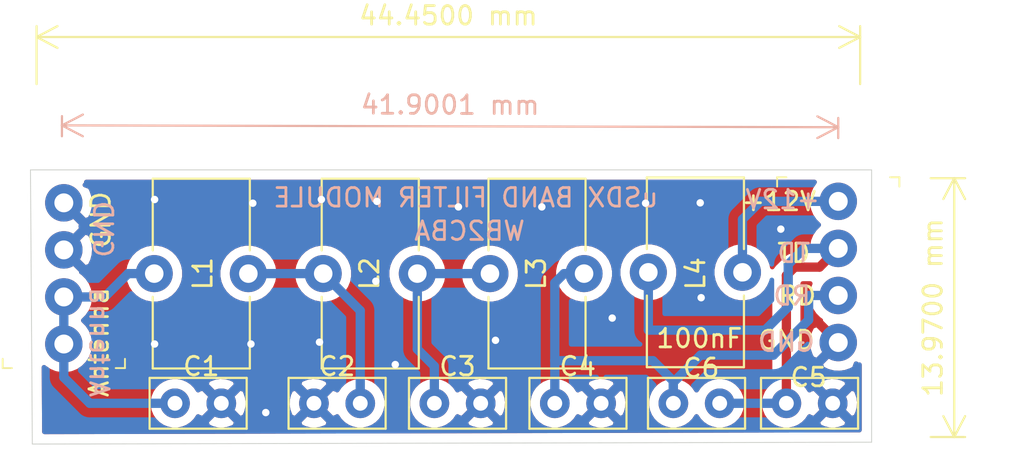
<source format=kicad_pcb>
(kicad_pcb (version 20211014) (generator pcbnew)
  (layers (0 "F.Cu" signal) (31 "B.Cu" signal) (34 "B.Paste" user) (35 "F.Paste" user) (36 "B.SilkS" user "B.Silkscreen") (37 "F.SilkS" user "F.Silkscreen") (38 "B.Mask" user) (39 "F.Mask" user) (44 "Edge.Cuts" user))
  (net 0 "")
  (net 1 "GNDPWR")
  (net 2 "Net-(C1-Pad1)")
  (net 3 "Net-(C2-Pad1)")
  (net 4 "Net-(C3-Pad1)")
  (net 5 "Net-(C4-Pad1)")
  (net 6 "Net-(C5-Pad2)")
  (net 7 "Net-(J2-Pad1)")
  (footprint "Capacitor_THT:C_Disc_D5.0mm_W2.5mm_P2.50mm" (layer "F.Cu") (at 120.5 82)
    (fp_text reference "C1" (at 1.42 -1.99) (layer "F.SilkS"))
    (fp_text value " ")
    (fp_line (start -1.37 -1.37) (end 3.87 -1.37) (layer "F.SilkS") (width 0.12))
    (fp_line (start -1.37 -1.37) (end -1.37 1.37) (layer "F.SilkS") (width 0.12))
    (fp_line (start -1.37 1.37) (end 3.87 1.37) (layer "F.SilkS") (width 0.12))
    (fp_line (start 3.87 -1.37) (end 3.87 1.37) (layer "F.SilkS") (width 0.12))
    (pad "1" thru_hole circle locked (at 0 0) (size 1.6 1.6) (drill 0.8) (layers *.Cu *.Mask) (net 2 "Net-(C1-Pad1)"))
    (pad "2" thru_hole circle locked (at 2.5 0) (size 1.6 1.6) (drill 0.8) (layers *.Cu *.Mask) (net 1 "GNDPWR"))
  )
  (footprint "Capacitor_THT:C_Disc_D5.0mm_W2.5mm_P2.50mm" (layer "F.Cu") (at 130.5 82 180)
    (fp_text reference "C2" (at 1.25 1.99) (layer "F.SilkS"))
    (fp_text value " ")
    (fp_line (start -1.37 -1.37) (end -1.37 1.37) (layer "F.SilkS") (width 0.12))
    (fp_line (start 3.87 -1.37) (end 3.87 1.37) (layer "F.SilkS") (width 0.12))
    (fp_line (start -1.37 1.37) (end 3.87 1.37) (layer "F.SilkS") (width 0.12))
    (fp_line (start -1.37 -1.37) (end 3.87 -1.37) (layer "F.SilkS") (width 0.12))
    (pad "1" thru_hole circle locked (at 0 0 180) (size 1.6 1.6) (drill 0.8) (layers *.Cu *.Mask) (net 3 "Net-(C2-Pad1)"))
    (pad "2" thru_hole circle locked (at 2.5 0 180) (size 1.6 1.6) (drill 0.8) (layers *.Cu *.Mask) (net 1 "GNDPWR"))
  )
  (footprint "Capacitor_THT:C_Disc_D5.0mm_W2.5mm_P2.50mm" (layer "F.Cu") (at 134.5 82)
    (fp_text reference "C3" (at 1.25 -1.99) (layer "F.SilkS"))
    (fp_text value " ")
    (fp_line (start -1.37 -1.37) (end -1.37 1.37) (layer "F.SilkS") (width 0.12))
    (fp_line (start -1.37 1.37) (end 3.87 1.37) (layer "F.SilkS") (width 0.12))
    (fp_line (start 3.87 -1.37) (end 3.87 1.37) (layer "F.SilkS") (width 0.12))
    (fp_line (start -1.37 -1.37) (end 3.87 -1.37) (layer "F.SilkS") (width 0.12))
    (pad "1" thru_hole circle locked (at 0 0) (size 1.6 1.6) (drill 0.8) (layers *.Cu *.Mask) (net 4 "Net-(C3-Pad1)"))
    (pad "2" thru_hole circle locked (at 2.5 0) (size 1.6 1.6) (drill 0.8) (layers *.Cu *.Mask) (net 1 "GNDPWR"))
  )
  (footprint "Capacitor_THT:C_Disc_D5.0mm_W2.5mm_P2.50mm" (layer "F.Cu") (at 141 82)
    (fp_text reference "C4" (at 1.24 -1.99) (layer "F.SilkS"))
    (fp_text value " ")
    (fp_line (start -1.37 -1.37) (end 3.87 -1.37) (layer "F.SilkS") (width 0.12))
    (fp_line (start -1.37 -1.37) (end -1.37 1.37) (layer "F.SilkS") (width 0.12))
    (fp_line (start -1.37 1.37) (end 3.87 1.37) (layer "F.SilkS") (width 0.12))
    (fp_line (start 3.87 -1.37) (end 3.87 1.37) (layer "F.SilkS") (width 0.12))
    (pad "1" thru_hole circle locked (at 0 0) (size 1.6 1.6) (drill 0.8) (layers *.Cu *.Mask) (net 5 "Net-(C4-Pad1)"))
    (pad "2" thru_hole circle locked (at 2.5 0) (size 1.6 1.6) (drill 0.8) (layers *.Cu *.Mask) (net 1 "GNDPWR"))
  )
  (footprint "digikey-footprints:PinHeader_1x4_P2.54mm_Drill1.02mm" (layer "F.Cu") (at 114.5 78.8 90)
    (fp_text reference "J1" hide)
    (fp_text value "Antenna")
    (fp_line (start -1.3 -3.3) (end -0.8 -3.3) (layer "F.SilkS") (width 0.1))
    (fp_line (start -1.3 3.3) (end -0.8 3.3) (layer "F.SilkS") (width 0.1))
    (fp_line (start -1.3 3.3) (end -1.3 2.8) (layer "F.SilkS") (width 0.1))
    (fp_line (start -1.3 -3.3) (end -1.3 -2.8) (layer "F.SilkS") (width 0.1))
    (pad "1" thru_hole circle locked (at 0 0 90) (size 2.02 2.02) (drill 1.02) (layers *.Cu *.Mask) (net 2 "Net-(C1-Pad1)"))
    (pad "2" thru_hole circle locked (at 2.54 0 90) (size 2.02 2.02) (drill 1.02) (layers *.Cu *.Mask) (net 2 "Net-(C1-Pad1)"))
    (pad "3" thru_hole circle locked (at 5.08 0 90) (size 2.02 2.02) (drill 1.02) (layers *.Cu *.Mask) (net 1 "GNDPWR"))
    (pad "4" thru_hole circle locked (at 7.62 0 90) (size 2.02 2.02) (drill 1.02) (layers *.Cu *.Mask) (net 1 "GNDPWR"))
  )
  (footprint "digikey-footprints:PinHeader_1x4_P2.54mm_Drill1.02mm" (layer "F.Cu") (at 156.3 71.1 -90)
    (fp_text reference "J2" hide)
    (fp_text value "input")
    (fp_line (start -1.3 -3.3) (end -0.8 -3.3) (layer "F.SilkS") (width 0.1))
    (fp_line (start -1.3 -3.3) (end -1.3 -2.8) (layer "F.SilkS") (width 0.1))
    (fp_line (start -1.3 3.3) (end -0.8 3.3) (layer "F.SilkS") (width 0.1))
    (fp_line (start -1.3 3.3) (end -1.3 2.8) (layer "F.SilkS") (width 0.1))
    (pad "1" thru_hole circle locked (at 0 0 270) (size 2.02 2.02) (drill 1.02) (layers *.Cu *.Mask) (net 7 "Net-(J2-Pad1)"))
    (pad "2" thru_hole circle locked (at 2.54 0 270) (size 2.02 2.02) (drill 1.02) (layers *.Cu *.Mask) (net 6 "Net-(C5-Pad2)"))
    (pad "3" thru_hole circle locked (at 5.08 0 270) (size 2.02 2.02) (drill 1.02) (layers *.Cu *.Mask) (net 5 "Net-(C4-Pad1)"))
    (pad "4" thru_hole circle locked (at 7.62 0 270) (size 2.02 2.02) (drill 1.02) (layers *.Cu *.Mask) (net 1 "GNDPWR"))
  )
  (footprint "Inductor_THT:L_Toroid_Vertical_L10.0mm_W5.0mm_P5.08mm" (layer "F.Cu") (at 119.38 75 90)
    (fp_text reference "L1" (at 0 2.62 90) (layer "F.SilkS"))
    (fp_text value " ")
    (fp_line (start -5.12 5.16) (end -1.255 5.16) (layer "F.SilkS") (width 0.12))
    (fp_line (start 1.255 5.16) (end 5.12 5.16) (layer "F.SilkS") (width 0.12))
    (fp_line (start -5.12 -0.08) (end -1.255 -0.08) (layer "F.SilkS") (width 0.12))
    (fp_line (start 1.255 -0.08) (end 5.12 -0.08) (layer "F.SilkS") (width 0.12))
    (fp_line (start -5.12 -0.08) (end -5.12 5.16) (layer "F.SilkS") (width 0.12))
    (fp_line (start 5.12 -0.08) (end 5.12 5.16) (layer "F.SilkS") (width 0.12))
    (pad "1" thru_hole circle locked (at 0 0 90) (size 2 2) (drill 1) (layers *.Cu *.Mask) (net 2 "Net-(C1-Pad1)"))
    (pad "2" thru_hole circle locked (at 0 5.08 90) (size 2 2) (drill 1) (layers *.Cu *.Mask) (net 3 "Net-(C2-Pad1)"))
  )
  (footprint "Inductor_THT:L_Toroid_Vertical_L10.0mm_W5.0mm_P5.08mm" (layer "F.Cu") (at 128.5 75 90)
    (fp_text reference "L2" (at 0 2.5 90) (layer "F.SilkS"))
    (fp_text value " ")
    (fp_line (start -5.12 5.16) (end -1.255 5.16) (layer "F.SilkS") (width 0.12))
    (fp_line (start 1.255 -0.08) (end 5.12 -0.08) (layer "F.SilkS") (width 0.12))
    (fp_line (start 1.255 5.16) (end 5.12 5.16) (layer "F.SilkS") (width 0.12))
    (fp_line (start -5.12 -0.08) (end -5.12 5.16) (layer "F.SilkS") (width 0.12))
    (fp_line (start -5.12 -0.08) (end -1.255 -0.08) (layer "F.SilkS") (width 0.12))
    (fp_line (start 5.12 -0.08) (end 5.12 5.16) (layer "F.SilkS") (width 0.12))
    (pad "1" thru_hole circle locked (at 0 0 90) (size 2 2) (drill 1) (layers *.Cu *.Mask) (net 3 "Net-(C2-Pad1)"))
    (pad "2" thru_hole circle locked (at 0 5.08 90) (size 2 2) (drill 1) (layers *.Cu *.Mask) (net 4 "Net-(C3-Pad1)"))
  )
  (footprint "Inductor_THT:L_Toroid_Vertical_L10.0mm_W5.0mm_P5.08mm" (layer "F.Cu") (at 137.5 75 90)
    (fp_text reference "L3" (at 0 2.5 90) (layer "F.SilkS"))
    (fp_text value " ")
    (fp_line (start -5.12 5.16) (end -1.255 5.16) (layer "F.SilkS") (width 0.12))
    (fp_line (start 1.255 -0.08) (end 5.12 -0.08) (layer "F.SilkS") (width 0.12))
    (fp_line (start 1.255 5.16) (end 5.12 5.16) (layer "F.SilkS") (width 0.12))
    (fp_line (start -5.12 -0.08) (end -5.12 5.16) (layer "F.SilkS") (width 0.12))
    (fp_line (start 5.12 -0.08) (end 5.12 5.16) (layer "F.SilkS") (width 0.12))
    (fp_line (start -5.12 -0.08) (end -1.255 -0.08) (layer "F.SilkS") (width 0.12))
    (pad "1" thru_hole circle locked (at 0 0 90) (size 2 2) (drill 1) (layers *.Cu *.Mask) (net 4 "Net-(C3-Pad1)"))
    (pad "2" thru_hole circle locked (at 0 5.08 90) (size 2 2) (drill 1) (layers *.Cu *.Mask) (net 5 "Net-(C4-Pad1)"))
  )
  (footprint "Capacitor_THT:C_Disc_D5.0mm_W2.5mm_P2.50mm" (layer "F.Cu") (at 156 82 180)
    (fp_text reference "C5" (at 1.3 1.4) (layer "F.SilkS"))
    (fp_text value " ")
    (fp_line (start -1.37 -1.37) (end -1.37 1.37) (layer "F.SilkS") (width 0.12))
    (fp_line (start 3.87 -1.37) (end 3.87 1.37) (layer "F.SilkS") (width 0.12))
    (fp_line (start -1.37 1.37) (end 3.87 1.37) (layer "F.SilkS") (width 0.12))
    (fp_line (start -1.37 -1.37) (end 3.87 -1.37) (layer "F.SilkS") (width 0.12))
    (pad "1" thru_hole circle locked (at 0 0 180) (size 1.6 1.6) (drill 0.8) (layers *.Cu *.Mask) (net 1 "GNDPWR"))
    (pad "2" thru_hole circle locked (at 2.5 0 180) (size 1.6 1.6) (drill 0.8) (layers *.Cu *.Mask) (net 6 "Net-(C5-Pad2)"))
  )
  (footprint "Capacitor_THT:C_Disc_D5.0mm_W2.5mm_P2.50mm" (layer "F.Cu") (at 149.9 82 180)
    (fp_text reference "C6" (at 1 1.9) (layer "F.SilkS"))
    (fp_text value "100nF" (at 1.1 3.5) (layer "F.SilkS"))
    (fp_line (start -1.37 -1.37) (end 3.87 -1.37) (layer "F.SilkS") (width 0.12))
    (fp_line (start -1.37 -1.37) (end -1.37 1.37) (layer "F.SilkS") (width 0.12))
    (fp_line (start 3.87 -1.37) (end 3.87 1.37) (layer "F.SilkS") (width 0.12))
    (fp_line (start -1.37 1.37) (end 3.87 1.37) (layer "F.SilkS") (width 0.12))
    (pad "1" thru_hole circle locked (at 0 0 180) (size 1.6 1.6) (drill 0.8) (layers *.Cu *.Mask) (net 6 "Net-(C5-Pad2)"))
    (pad "2" thru_hole circle locked (at 2.5 0 180) (size 1.6 1.6) (drill 0.8) (layers *.Cu *.Mask) (net 5 "Net-(C4-Pad1)"))
  )
  (footprint "Inductor_THT:L_Toroid_Vertical_L10.0mm_W5.0mm_P5.08mm" (layer "F.Cu") (at 151.13 74.93 -90)
    (fp_text reference "L4" hide)
    (fp_text value "T37_2" hide)
    (fp_text user "${REFERENCE}" (at 0.07 2.53 90) (layer "F.SilkS"))
    (fp_line (start 5.12 -0.08) (end 5.12 5.16) (layer "F.SilkS") (width 0.12))
    (fp_line (start 1.255 5.16) (end 5.12 5.16) (layer "F.SilkS") (width 0.12))
    (fp_line (start -5.12 5.16) (end -1.255 5.16) (layer "F.SilkS") (width 0.12))
    (fp_line (start -5.12 -0.08) (end -5.12 5.16) (layer "F.SilkS") (width 0.12))
    (fp_line (start 1.255 -0.08) (end 5.12 -0.08) (layer "F.SilkS") (width 0.12))
    (fp_line (start -5.12 -0.08) (end -1.255 -0.08) (layer "F.SilkS") (width 0.12))
    (pad "1" thru_hole circle locked (at 0 0 270) (size 2 2) (drill 1) (layers *.Cu *.Mask) (net 7 "Net-(J2-Pad1)"))
    (pad "2" thru_hole circle locked (at 0 5.08 270) (size 2 2) (drill 1) (layers *.Cu *.Mask) (net 6 "Net-(C5-Pad2)"))
  )
  (gr_line (start 112.8 84.2) (end 112.7 69.4) (layer "Edge.Cuts") (width 0.05))
  (gr_line (start 158.1 69.4) (end 158.1 84.1) (layer "Edge.Cuts") (width 0.05))
  (gr_line (start 112.7 69.4) (end 158.1 69.4) (layer "Edge.Cuts") (width 0.05))
  (gr_line (start 158.1 84.1) (end 112.8 84.2) (layer "Edge.Cuts") (width 0.05))
  (gr_text "RD" (at 153.8 76.2) (layer "B.SilkS") (effects (font (size 1 1)) (justify mirror)))
  (gr_text "WB2CBA" (at 136.4 72.7) (layer "B.SilkS") (effects (font (size 1 1)) (justify mirror)))
  (gr_text "TD" (at 153.9 73.9) (layer "B.SilkS") (effects (font (size 1 1)) (justify mirror)))
  (gr_text "uSDX BAND FILTER MODULE" (at 136.2 70.9) (layer "B.SilkS") (effects (font (size 1 1)) (justify mirror)))
  (gr_text "GND\n" (at 116.6 72.6 270) (layer "B.SilkS") (effects (font (size 1 1)) (justify mirror)))
  (gr_text "Antenna" (at 116.4 78.7 270) (layer "B.SilkS") (effects (font (size 1 1)) (justify mirror)))
  (gr_text "+12V\n" (at 153.3 71) (layer "B.SilkS") (effects (font (size 1 1)) (justify mirror)))
  (gr_text "GND" (at 153.5 78.7) (layer "B.SilkS") (effects (font (size 1 1)) (justify mirror)))
  (gr_text "+12V" (at 153.1 71.1) (layer "F.SilkS") (effects (font (size 1 1))))
  (gr_text "GND" (at 116.5 72.1 90) (layer "F.SilkS") (effects (font (size 1 1))))
  (gr_text "GND" (at 153.5 78.6) (layer "F.SilkS") (effects (font (size 1 1))))
  (gr_text "TD" (at 153.9 73.9) (layer "F.SilkS") (effects (font (size 1 1))))
  (gr_text "RD" (at 154.1 76.2) (layer "F.SilkS") (effects (font (size 1 1))))
  (gr_text "Antenna" (at 116.4 78.7 90) (layer "F.SilkS") (effects (font (size 1 1))))
  (dimension (type aligned) (layer "B.SilkS") (pts (xy 156.3 66.6) (xy 114.4 66.5)) (height -0.498566) (gr_text "41.9001 mm" (at 135.351555 65.898568 -0.1367438442) (layer "B.SilkS") (effects (font (size 1 1) (thickness 0.15)))) (format (units 2) (units_format 1) (precision 4)) (style (thickness 0.12) (arrow_length 1.27) (text_position_mode 0) (extension_height 0.58642) (extension_offset 0) keep_text_aligned))
  (dimension (type aligned) (layer "F.SilkS") (pts (xy 161.29 83.82) (xy 161.29 69.85)) (height 1.27) (gr_text "13.9700 mm" (at 161.41 76.835 90) (layer "F.SilkS") (effects (font (size 1 1) (thickness 0.15)))) (format (units 2) (units_format 1) (precision 4)) (style (thickness 0.12) (arrow_length 1.27) (text_position_mode 0) (extension_height 0.58642) (extension_offset 0) keep_text_aligned))
  (dimension (type aligned) (layer "F.SilkS") (pts (xy 157.48 64.77) (xy 113.03 64.77)) (height 2.54) (gr_text "44.4500 mm" (at 135.255 61.08) (layer "F.SilkS") (effects (font (size 1 1) (thickness 0.15)))) (format (units 2) (units_format 1) (precision 4)) (style (thickness 0.12) (arrow_length 1.27) (text_position_mode 0) (extension_height 0.58642) (extension_offset 0) keep_text_aligned))
  (via (at 131.4 71.1) (size 0.8) (drill 0.4) (layers "F.Cu" "B.Cu") (net 1))
  (via (at 148.85 71.18) (size 0.8) (drill 0.4) (layers "F.Cu" "B.Cu") (net 1))
  (via (at 125.4 82.5) (size 0.8) (drill 0.4) (layers "F.Cu" "B.Cu") (net 1))
  (via (at 148.9 76.3) (size 0.8) (drill 0.4) (layers "F.Cu" "B.Cu") (net 1))
  (via (at 124.6 78.8) (size 0.8) (drill 0.4) (layers "F.Cu" "B.Cu") (net 1))
  (via (at 135.8 71.4) (size 0.8) (drill 0.4) (layers "F.Cu" "B.Cu") (net 1))
  (via (at 124.7 71.2) (size 0.8) (drill 0.4) (layers "F.Cu" "B.Cu") (net 1))
  (via (at 128.4 71) (size 0.8) (drill 0.4) (layers "F.Cu" "B.Cu") (net 1))
  (via (at 119.4 71) (size 0.8) (drill 0.4) (layers "F.Cu" "B.Cu") (net 1))
  (via (at 131.34 75.41) (size 0.8) (drill 0.4) (layers "F.Cu" "B.Cu") (net 1))
  (via (at 119.4 78.8) (size 0.8) (drill 0.4) (layers "F.Cu" "B.Cu") (net 1))
  (via (at 137.8 78.6) (size 0.8) (drill 0.4) (layers "F.Cu" "B.Cu") (net 1))
  (via (at 128.3 78.7) (size 0.8) (drill 0.4) (layers "F.Cu" "B.Cu") (net 1))
  (via (at 153.2 72.6) (size 0.8) (drill 0.4) (layers "F.Cu" "B.Cu") (net 1))
  (via (at 145.9 71.2) (size 0.8) (drill 0.4) (layers "F.Cu" "B.Cu") (net 1))
  (via (at 140.3 71.4) (size 0.8) (drill 0.4) (layers "F.Cu" "B.Cu") (net 1))
  (via (at 144.1 77.4) (size 0.8) (drill 0.4) (layers "F.Cu" "B.Cu") (net 1))
  (via (at 132.39 79.91) (size 0.8) (drill 0.4) (layers "F.Cu" "B.Cu") (net 1))
  (segment (start 116.625787 76.26) (end 114.5 76.26) (width 0.5) (layer "B.Cu") (net 2))
  (segment (start 119.38 75) (end 117.965787 75) (width 0.5) (layer "B.Cu") (net 2))
  (segment (start 116.665787 76.3) (end 116.625787 76.26) (width 0.5) (layer "B.Cu") (net 2))
  (segment (start 114.5 76.26) (end 114.5 78.8) (width 0.5) (layer "B.Cu") (net 2))
  (segment (start 115.9 82) (end 114.5 80.6) (width 0.5) (layer "B.Cu") (net 2))
  (segment (start 117.965787 75) (end 116.665787 76.3) (width 0.5) (layer "B.Cu") (net 2))
  (segment (start 114.5 80.6) (end 114.5 78.8) (width 0.5) (layer "B.Cu") (net 2))
  (segment (start 120.5 82) (end 115.9 82) (width 0.5) (layer "B.Cu") (net 2))
  (segment (start 130.5 77) (end 130.5 82) (width 0.5) (layer "B.Cu") (net 3))
  (segment (start 128.5 75) (end 130.5 77) (width 0.5) (layer "B.Cu") (net 3))
  (segment (start 124.46 75) (end 128.5 75) (width 0.5) (layer "B.Cu") (net 3))
  (segment (start 133.58 75) (end 137.5 75) (width 0.5) (layer "B.Cu") (net 4))
  (segment (start 133.58 79.08) (end 134.5 80) (width 0.5) (layer "B.Cu") (net 4))
  (segment (start 134.5 80) (end 134.5 82) (width 0.5) (layer "B.Cu") (net 4))
  (segment (start 133.58 75) (end 133.58 79.08) (width 0.5) (layer "B.Cu") (net 4))
  (segment (start 141 79.7) (end 141 78) (width 0.5) (layer "B.Cu") (net 5))
  (segment (start 155.64 76.18) (end 156.3 76.18) (width 0.5) (layer "B.Cu") (net 5))
  (segment (start 141 82) (end 141 79.7) (width 0.5) (layer "B.Cu") (net 5))
  (segment (start 154.72 76.18) (end 156.3 76.18) (width 0.5) (layer "B.Cu") (net 5))
  (segment (start 141 78) (end 141 75.5) (width 0.5) (layer "B.Cu") (net 5))
  (segment (start 141.5 75) (end 142.58 75) (width 0.5) (layer "B.Cu") (net 5))
  (segment (start 154.7 76.2) (end 154.72 76.18) (width 0.5) (layer "B.Cu") (net 5))
  (segment (start 141 79.7) (end 146.3 79.7) (width 0.5) (layer "B.Cu") (net 5))
  (segment (start 154.7 77.5) (end 154.7 76.2) (width 0.5) (layer "B.Cu") (net 5))
  (segment (start 152.8 79.4) (end 154.7 77.5) (width 0.5) (layer "B.Cu") (net 5))
  (segment (start 147.4 82) (end 147.4 80.86863) (width 0.5) (layer "B.Cu") (net 5))
  (segment (start 146.3 79.7) (end 147.4 80.8) (width 0.5) (layer "B.Cu") (net 5))
  (segment (start 147.4 80.8) (end 147.4 82) (width 0.5) (layer "B.Cu") (net 5))
  (segment (start 147.4 80.86863) (end 148.86863 79.4) (width 0.5) (layer "B.Cu") (net 5))
  (segment (start 148.86863 79.4) (end 152.8 79.4) (width 0.5) (layer "B.Cu") (net 5))
  (segment (start 141 75.5) (end 141.5 75) (width 0.5) (layer "B.Cu") (net 5))
  (segment (start 156.3 73.64) (end 155.290001 74.649999) (width 0.5) (layer "F.Cu") (net 6))
  (segment (start 155.290001 74.649999) (end 153.950001 74.649999) (width 0.5) (layer "F.Cu") (net 6))
  (segment (start 153.5 75.1) (end 153.5 82) (width 0.5) (layer "F.Cu") (net 6))
  (segment (start 153.950001 74.649999) (end 153.5 75.1) (width 0.5) (layer "F.Cu") (net 6))
  (segment (start 152.35 78.05) (end 153.6 76.8) (width 0.5) (layer "B.Cu") (net 6))
  (segment (start 146.05 78.05) (end 152.35 78.05) (width 0.5) (layer "B.Cu") (net 6))
  (segment (start 154.46 73.64) (end 156.3 73.64) (width 0.5) (layer "B.Cu") (net 6))
  (segment (start 153.6 76.8) (end 153.6 74.5) (width 0.5) (layer "B.Cu") (net 6))
  (segment (start 153.6 74.5) (end 154.46 73.64) (width 0.5) (layer "B.Cu") (net 6))
  (segment (start 146.05 74.93) (end 146.05 78.05) (width 0.5) (layer "B.Cu") (net 6))
  (segment (start 149.9 82) (end 153.5 82) (width 0.5) (layer "B.Cu") (net 6))
  (segment (start 151.13 72.07) (end 151.13 74.93) (width 0.5) (layer "B.Cu") (net 7))
  (segment (start 152.1 71.1) (end 151.13 72.07) (width 0.5) (layer "B.Cu") (net 7))
  (segment (start 156.3 71.1) (end 152.1 71.1) (width 0.5) (layer "B.Cu") (net 7))
  (zone (net 1) (net_name "GNDPWR") (layer "F.Cu") (connect_pads (clearance 0.508)) (min_thickness 0.254) (fill yes (thermal_gap 0.508) (thermal_bridge_width 0.508))
    (polygon (pts (xy 158.02 84.14) (xy 112.73 84.2) (xy 112.73 69.32) (xy 158.08 69.32)))
  )
  (zone (net 1) (net_name "GNDPWR") (layer "B.Cu") (connect_pads (clearance 0.508)) (min_thickness 0.254) (fill yes (thermal_gap 0.508) (thermal_bridge_width 0.508))
    (polygon (pts (xy 158.02 84.14) (xy 112.84 84.14) (xy 112.73 69.43) (xy 157.97 69.43)))
  )
)
</source>
